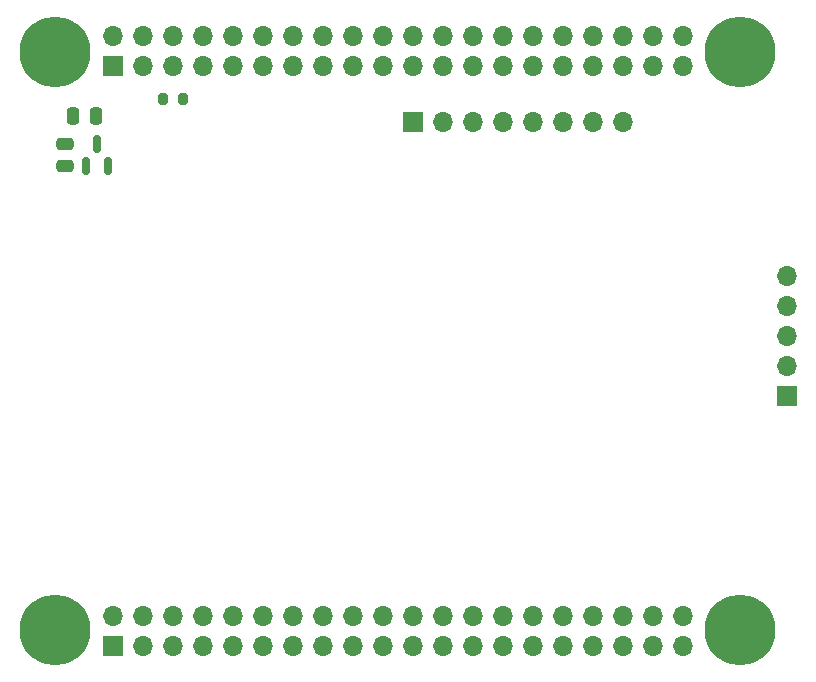
<source format=gbr>
%TF.GenerationSoftware,KiCad,Pcbnew,(6.0.1)*%
%TF.CreationDate,2022-01-17T17:26:23+08:00*%
%TF.ProjectId,ART-PI-HAT,4152542d-5049-42d4-9841-542e6b696361,rev?*%
%TF.SameCoordinates,Original*%
%TF.FileFunction,Soldermask,Bot*%
%TF.FilePolarity,Negative*%
%FSLAX46Y46*%
G04 Gerber Fmt 4.6, Leading zero omitted, Abs format (unit mm)*
G04 Created by KiCad (PCBNEW (6.0.1)) date 2022-01-17 17:26:23*
%MOMM*%
%LPD*%
G01*
G04 APERTURE LIST*
G04 Aperture macros list*
%AMRoundRect*
0 Rectangle with rounded corners*
0 $1 Rounding radius*
0 $2 $3 $4 $5 $6 $7 $8 $9 X,Y pos of 4 corners*
0 Add a 4 corners polygon primitive as box body*
4,1,4,$2,$3,$4,$5,$6,$7,$8,$9,$2,$3,0*
0 Add four circle primitives for the rounded corners*
1,1,$1+$1,$2,$3*
1,1,$1+$1,$4,$5*
1,1,$1+$1,$6,$7*
1,1,$1+$1,$8,$9*
0 Add four rect primitives between the rounded corners*
20,1,$1+$1,$2,$3,$4,$5,0*
20,1,$1+$1,$4,$5,$6,$7,0*
20,1,$1+$1,$6,$7,$8,$9,0*
20,1,$1+$1,$8,$9,$2,$3,0*%
G04 Aperture macros list end*
%ADD10C,6.000000*%
%ADD11R,1.700000X1.700000*%
%ADD12O,1.700000X1.700000*%
%ADD13RoundRect,0.200000X-0.200000X-0.275000X0.200000X-0.275000X0.200000X0.275000X-0.200000X0.275000X0*%
%ADD14RoundRect,0.250000X0.250000X0.475000X-0.250000X0.475000X-0.250000X-0.475000X0.250000X-0.475000X0*%
%ADD15RoundRect,0.250000X0.475000X-0.250000X0.475000X0.250000X-0.475000X0.250000X-0.475000X-0.250000X0*%
%ADD16RoundRect,0.150000X0.150000X-0.587500X0.150000X0.587500X-0.150000X0.587500X-0.150000X-0.587500X0*%
G04 APERTURE END LIST*
D10*
%TO.C,H1*%
X79000000Y-108000000D03*
%TD*%
D11*
%TO.C,J1*%
X83900000Y-60230000D03*
D12*
X83900000Y-57690000D03*
X86440000Y-60230000D03*
X86440000Y-57690000D03*
X88980000Y-60230000D03*
X88980000Y-57690000D03*
X91520000Y-60230000D03*
X91520000Y-57690000D03*
X94060000Y-60230000D03*
X94060000Y-57690000D03*
X96600000Y-60230000D03*
X96600000Y-57690000D03*
X99140000Y-60230000D03*
X99140000Y-57690000D03*
X101680000Y-60230000D03*
X101680000Y-57690000D03*
X104220000Y-60230000D03*
X104220000Y-57690000D03*
X106760000Y-60230000D03*
X106760000Y-57690000D03*
X109300000Y-60230000D03*
X109300000Y-57690000D03*
X111840000Y-60230000D03*
X111840000Y-57690000D03*
X114380000Y-60230000D03*
X114380000Y-57690000D03*
X116920000Y-60230000D03*
X116920000Y-57690000D03*
X119460000Y-60230000D03*
X119460000Y-57690000D03*
X122000000Y-60230000D03*
X122000000Y-57690000D03*
X124540000Y-60230000D03*
X124540000Y-57690000D03*
X127080000Y-60230000D03*
X127080000Y-57690000D03*
X129620000Y-60230000D03*
X129620000Y-57690000D03*
X132160000Y-60230000D03*
X132160000Y-57690000D03*
%TD*%
D10*
%TO.C,H4*%
X137000000Y-59000000D03*
%TD*%
%TO.C,H2*%
X79000000Y-59000000D03*
%TD*%
%TO.C,H3*%
X137000000Y-108000000D03*
%TD*%
D11*
%TO.C,J3*%
X109340000Y-65000000D03*
D12*
X111880000Y-65000000D03*
X114420000Y-65000000D03*
X116960000Y-65000000D03*
X119500000Y-65000000D03*
X122040000Y-65000000D03*
X124580000Y-65000000D03*
X127120000Y-65000000D03*
%TD*%
D11*
%TO.C,J4*%
X141000000Y-88120000D03*
D12*
X141000000Y-85580000D03*
X141000000Y-83040000D03*
X141000000Y-80500000D03*
X141000000Y-77960000D03*
%TD*%
D11*
%TO.C,J2*%
X83900000Y-109310000D03*
D12*
X83900000Y-106770000D03*
X86440000Y-109310000D03*
X86440000Y-106770000D03*
X88980000Y-109310000D03*
X88980000Y-106770000D03*
X91520000Y-109310000D03*
X91520000Y-106770000D03*
X94060000Y-109310000D03*
X94060000Y-106770000D03*
X96600000Y-109310000D03*
X96600000Y-106770000D03*
X99140000Y-109310000D03*
X99140000Y-106770000D03*
X101680000Y-109310000D03*
X101680000Y-106770000D03*
X104220000Y-109310000D03*
X104220000Y-106770000D03*
X106760000Y-109310000D03*
X106760000Y-106770000D03*
X109300000Y-109310000D03*
X109300000Y-106770000D03*
X111840000Y-109310000D03*
X111840000Y-106770000D03*
X114380000Y-109310000D03*
X114380000Y-106770000D03*
X116920000Y-109310000D03*
X116920000Y-106770000D03*
X119460000Y-109310000D03*
X119460000Y-106770000D03*
X122000000Y-109310000D03*
X122000000Y-106770000D03*
X124540000Y-109310000D03*
X124540000Y-106770000D03*
X127080000Y-109310000D03*
X127080000Y-106770000D03*
X129620000Y-109310000D03*
X129620000Y-106770000D03*
X132160000Y-109310000D03*
X132160000Y-106770000D03*
%TD*%
D13*
%TO.C,R2*%
X88175000Y-63000000D03*
X89825000Y-63000000D03*
%TD*%
D14*
%TO.C,C1*%
X82450000Y-64437500D03*
X80550000Y-64437500D03*
%TD*%
D15*
%TO.C,C3*%
X79850000Y-68700000D03*
X79850000Y-66800000D03*
%TD*%
D16*
%TO.C,U1*%
X83500000Y-68687500D03*
X81600000Y-68687500D03*
X82550000Y-66812500D03*
%TD*%
M02*

</source>
